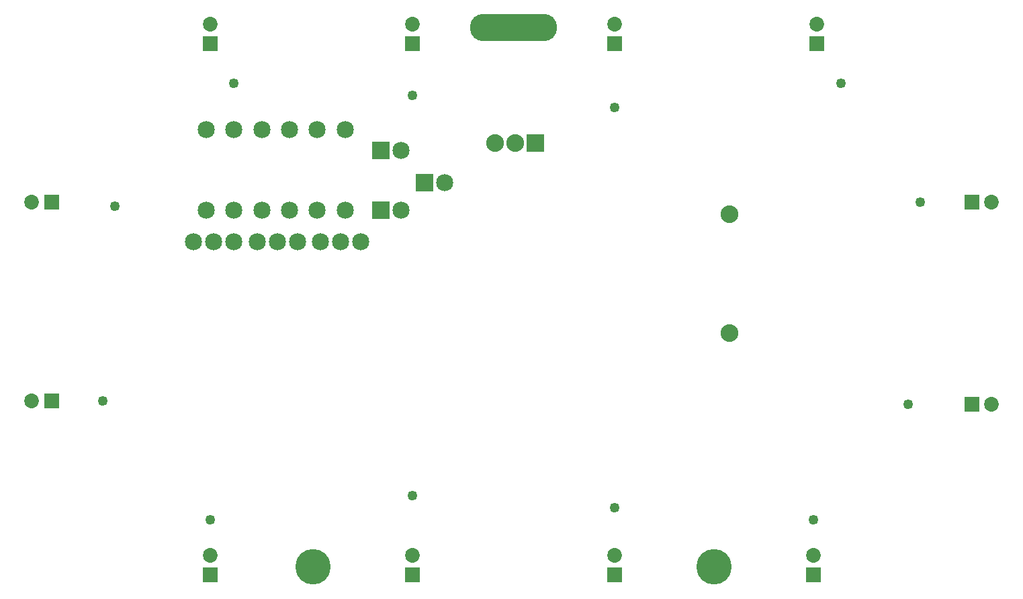
<source format=gts>
G04 MADE WITH FRITZING*
G04 WWW.FRITZING.ORG*
G04 DOUBLE SIDED*
G04 HOLES PLATED*
G04 CONTOUR ON CENTER OF CONTOUR VECTOR*
%ASAXBY*%
%FSLAX23Y23*%
%MOIN*%
%OFA0B0*%
%SFA1.0B1.0*%
%ADD10C,0.049370*%
%ADD11C,0.135984*%
%ADD12C,0.085000*%
%ADD13C,0.088000*%
%ADD14C,0.072992*%
%ADD15C,0.175354*%
%ADD16R,0.085000X0.085000*%
%ADD17R,0.088000X0.088000*%
%ADD18R,0.072992X0.072992*%
%LNMASK1*%
G90*
G70*
G54D10*
X1118Y2588D03*
X2004Y2529D03*
X3007Y2470D03*
X4129Y2588D03*
X4523Y1998D03*
X4464Y994D03*
X3992Y423D03*
X1000Y423D03*
X3007Y482D03*
X2004Y541D03*
X468Y1013D03*
X527Y1978D03*
G54D11*
X2614Y2864D03*
X2653Y2864D03*
X2633Y2864D03*
X2555Y2864D03*
X2574Y2864D03*
X2594Y2864D03*
X2535Y2864D03*
X2515Y2864D03*
G54D12*
X918Y1801D03*
X1018Y1801D03*
X1118Y1801D03*
X1233Y1801D03*
X1333Y1801D03*
X1433Y1801D03*
X1548Y1801D03*
X1648Y1801D03*
X1748Y1801D03*
X1846Y1958D03*
X1946Y1958D03*
X1846Y2254D03*
X1946Y2254D03*
X2063Y2096D03*
X2163Y2096D03*
X1669Y1958D03*
X1669Y2358D03*
X1531Y1958D03*
X1531Y2358D03*
X1393Y1958D03*
X1393Y2358D03*
X1255Y1958D03*
X1255Y2358D03*
X980Y1958D03*
X980Y2358D03*
X1118Y1958D03*
X1118Y2358D03*
G54D13*
X2614Y2293D03*
X2514Y2293D03*
X2414Y2293D03*
G54D14*
X3007Y2785D03*
X3007Y2883D03*
X4779Y994D03*
X4878Y994D03*
X212Y1998D03*
X114Y1998D03*
X3007Y147D03*
X3007Y246D03*
X2003Y147D03*
X2003Y246D03*
X212Y1013D03*
X114Y1013D03*
X4011Y2785D03*
X4011Y2883D03*
X4779Y1998D03*
X4878Y1998D03*
X1000Y147D03*
X1000Y246D03*
X2003Y2785D03*
X2003Y2883D03*
X3992Y147D03*
X3992Y246D03*
X1000Y2785D03*
X1000Y2883D03*
G54D15*
X1511Y187D03*
X3500Y187D03*
G54D13*
X3578Y1348D03*
X3578Y1939D03*
G54D11*
X2456Y2864D03*
X2496Y2864D03*
X2476Y2864D03*
X2397Y2864D03*
X2417Y2864D03*
X2437Y2864D03*
X2378Y2864D03*
X2358Y2864D03*
G54D16*
X1846Y1958D03*
X1846Y2254D03*
X2063Y2096D03*
G54D17*
X2614Y2293D03*
G54D18*
X3007Y2785D03*
X4779Y994D03*
X212Y1998D03*
X3007Y147D03*
X2003Y147D03*
X212Y1013D03*
X4011Y2785D03*
X4779Y1998D03*
X1000Y147D03*
X2003Y2785D03*
X3992Y147D03*
X1000Y2785D03*
G04 End of Mask1*
M02*
</source>
